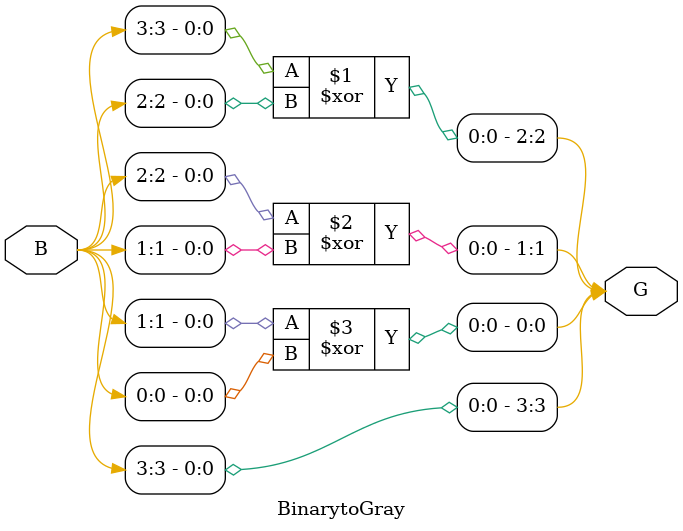
<source format=v>
`timescale 1ns / 1ps
module BinarytoGray(B,G
    );
input [3:0] B;
output [3:0] G;

assign G[3]=B[3];
assign G[2]=B[3]^B[2];
assign G[1]=B[2]^B[1];
assign G[0]=B[1]^B[0];

endmodule

</source>
